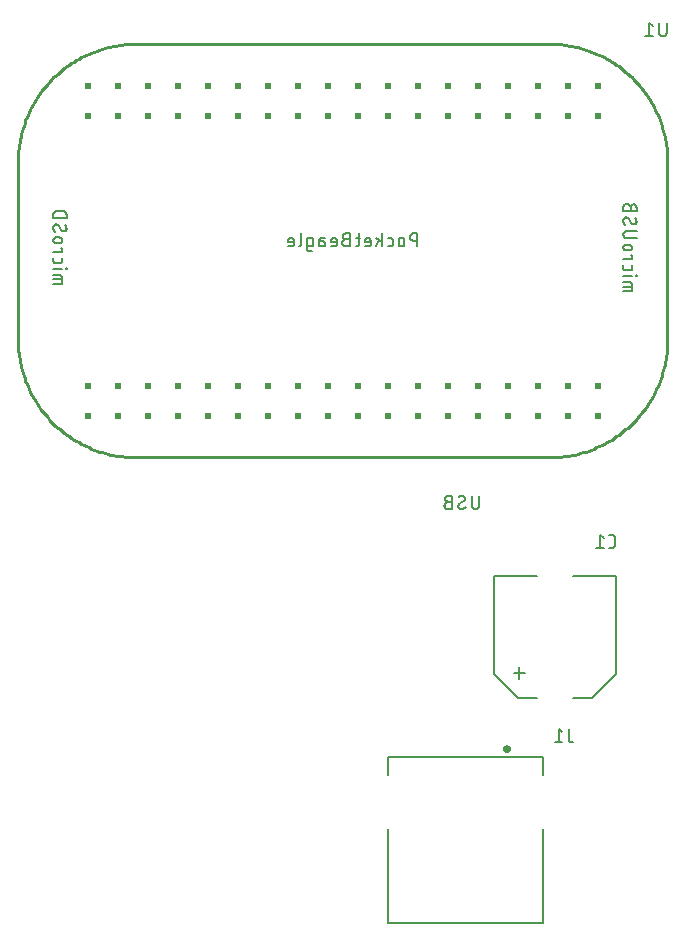
<source format=gbr>
G04 EAGLE Gerber RS-274X export*
G75*
%MOMM*%
%FSLAX34Y34*%
%LPD*%
%INSilkscreen Bottom*%
%IPPOS*%
%AMOC8*
5,1,8,0,0,1.08239X$1,22.5*%
G01*
%ADD10C,0.152400*%
%ADD11C,0.127000*%
%ADD12C,0.300000*%
%ADD13R,0.508000X0.508000*%
%ADD14C,0.254000*%


D10*
X602488Y386588D02*
X602488Y378516D01*
X602486Y378405D01*
X602480Y378295D01*
X602470Y378184D01*
X602456Y378074D01*
X602439Y377965D01*
X602417Y377856D01*
X602392Y377748D01*
X602362Y377642D01*
X602329Y377536D01*
X602292Y377431D01*
X602252Y377328D01*
X602207Y377227D01*
X602160Y377127D01*
X602108Y377028D01*
X602053Y376932D01*
X601995Y376838D01*
X601934Y376746D01*
X601869Y376656D01*
X601801Y376568D01*
X601730Y376483D01*
X601656Y376401D01*
X601579Y376321D01*
X601499Y376244D01*
X601417Y376170D01*
X601332Y376099D01*
X601244Y376031D01*
X601154Y375966D01*
X601062Y375905D01*
X600968Y375847D01*
X600872Y375792D01*
X600773Y375740D01*
X600673Y375693D01*
X600572Y375648D01*
X600469Y375608D01*
X600364Y375571D01*
X600258Y375538D01*
X600152Y375508D01*
X600044Y375483D01*
X599935Y375461D01*
X599826Y375444D01*
X599716Y375430D01*
X599605Y375420D01*
X599495Y375414D01*
X599384Y375412D01*
X599273Y375414D01*
X599163Y375420D01*
X599052Y375430D01*
X598942Y375444D01*
X598833Y375461D01*
X598724Y375483D01*
X598616Y375508D01*
X598510Y375538D01*
X598404Y375571D01*
X598299Y375608D01*
X598196Y375648D01*
X598095Y375693D01*
X597995Y375740D01*
X597896Y375792D01*
X597800Y375847D01*
X597706Y375905D01*
X597614Y375966D01*
X597524Y376031D01*
X597436Y376099D01*
X597351Y376170D01*
X597269Y376244D01*
X597189Y376321D01*
X597112Y376401D01*
X597038Y376483D01*
X596967Y376568D01*
X596899Y376656D01*
X596834Y376746D01*
X596773Y376838D01*
X596715Y376932D01*
X596660Y377028D01*
X596608Y377127D01*
X596561Y377227D01*
X596516Y377328D01*
X596476Y377431D01*
X596439Y377536D01*
X596406Y377642D01*
X596376Y377748D01*
X596351Y377856D01*
X596329Y377965D01*
X596312Y378074D01*
X596298Y378184D01*
X596288Y378295D01*
X596282Y378405D01*
X596280Y378516D01*
X596279Y378516D02*
X596279Y386588D01*
X587333Y375412D02*
X587235Y375414D01*
X587138Y375420D01*
X587041Y375429D01*
X586944Y375443D01*
X586848Y375460D01*
X586753Y375481D01*
X586659Y375505D01*
X586565Y375534D01*
X586473Y375566D01*
X586382Y375601D01*
X586293Y375640D01*
X586205Y375683D01*
X586119Y375729D01*
X586035Y375778D01*
X585953Y375831D01*
X585873Y375886D01*
X585795Y375945D01*
X585720Y376007D01*
X585647Y376072D01*
X585577Y376140D01*
X585509Y376210D01*
X585444Y376283D01*
X585382Y376358D01*
X585323Y376436D01*
X585268Y376516D01*
X585215Y376598D01*
X585166Y376682D01*
X585120Y376768D01*
X585077Y376856D01*
X585038Y376945D01*
X585003Y377036D01*
X584971Y377128D01*
X584942Y377222D01*
X584918Y377316D01*
X584897Y377411D01*
X584880Y377507D01*
X584866Y377604D01*
X584857Y377701D01*
X584851Y377798D01*
X584849Y377896D01*
X587333Y375412D02*
X587476Y375414D01*
X587619Y375420D01*
X587761Y375429D01*
X587903Y375443D01*
X588045Y375461D01*
X588186Y375482D01*
X588327Y375507D01*
X588467Y375536D01*
X588606Y375569D01*
X588744Y375605D01*
X588881Y375646D01*
X589017Y375690D01*
X589151Y375737D01*
X589285Y375789D01*
X589416Y375843D01*
X589547Y375902D01*
X589675Y375964D01*
X589802Y376029D01*
X589927Y376098D01*
X590051Y376171D01*
X590172Y376246D01*
X590291Y376325D01*
X590408Y376407D01*
X590522Y376493D01*
X590634Y376581D01*
X590744Y376672D01*
X590851Y376767D01*
X590956Y376864D01*
X591058Y376964D01*
X590748Y384104D02*
X590746Y384202D01*
X590740Y384299D01*
X590731Y384396D01*
X590717Y384493D01*
X590700Y384589D01*
X590679Y384684D01*
X590655Y384778D01*
X590626Y384872D01*
X590594Y384964D01*
X590559Y385055D01*
X590520Y385144D01*
X590477Y385232D01*
X590431Y385318D01*
X590382Y385402D01*
X590329Y385484D01*
X590274Y385564D01*
X590215Y385642D01*
X590153Y385717D01*
X590088Y385790D01*
X590020Y385860D01*
X589950Y385928D01*
X589877Y385993D01*
X589802Y386055D01*
X589724Y386114D01*
X589644Y386169D01*
X589562Y386222D01*
X589478Y386271D01*
X589392Y386317D01*
X589304Y386360D01*
X589215Y386399D01*
X589124Y386434D01*
X589032Y386466D01*
X588938Y386495D01*
X588844Y386519D01*
X588749Y386540D01*
X588653Y386557D01*
X588556Y386571D01*
X588459Y386580D01*
X588362Y386586D01*
X588264Y386588D01*
X588134Y386586D01*
X588004Y386581D01*
X587874Y386572D01*
X587744Y386559D01*
X587615Y386543D01*
X587486Y386523D01*
X587358Y386499D01*
X587230Y386472D01*
X587104Y386441D01*
X586978Y386407D01*
X586853Y386369D01*
X586730Y386328D01*
X586607Y386283D01*
X586486Y386235D01*
X586366Y386184D01*
X586248Y386129D01*
X586132Y386071D01*
X586017Y386010D01*
X585903Y385945D01*
X585792Y385878D01*
X585683Y385807D01*
X585575Y385733D01*
X585470Y385657D01*
X589505Y381931D02*
X589588Y381982D01*
X589669Y382036D01*
X589747Y382093D01*
X589823Y382153D01*
X589897Y382216D01*
X589968Y382282D01*
X590037Y382350D01*
X590103Y382421D01*
X590167Y382494D01*
X590227Y382570D01*
X590284Y382648D01*
X590339Y382729D01*
X590390Y382811D01*
X590438Y382895D01*
X590483Y382981D01*
X590525Y383069D01*
X590563Y383158D01*
X590597Y383248D01*
X590629Y383340D01*
X590656Y383433D01*
X590680Y383527D01*
X590701Y383622D01*
X590717Y383718D01*
X590730Y383814D01*
X590740Y383910D01*
X590745Y384007D01*
X590747Y384104D01*
X586092Y380069D02*
X586009Y380018D01*
X585928Y379964D01*
X585850Y379907D01*
X585774Y379847D01*
X585700Y379784D01*
X585629Y379718D01*
X585560Y379650D01*
X585494Y379579D01*
X585430Y379506D01*
X585370Y379430D01*
X585313Y379352D01*
X585258Y379271D01*
X585207Y379189D01*
X585159Y379105D01*
X585114Y379019D01*
X585072Y378931D01*
X585034Y378842D01*
X585000Y378752D01*
X584968Y378660D01*
X584941Y378567D01*
X584917Y378473D01*
X584896Y378378D01*
X584880Y378282D01*
X584867Y378186D01*
X584857Y378090D01*
X584852Y377993D01*
X584850Y377896D01*
X586091Y380069D02*
X589506Y381931D01*
X579416Y381621D02*
X576312Y381621D01*
X576312Y381620D02*
X576201Y381618D01*
X576091Y381612D01*
X575980Y381602D01*
X575870Y381588D01*
X575761Y381571D01*
X575652Y381549D01*
X575544Y381524D01*
X575438Y381494D01*
X575332Y381461D01*
X575227Y381424D01*
X575124Y381384D01*
X575023Y381339D01*
X574923Y381292D01*
X574824Y381240D01*
X574728Y381185D01*
X574634Y381127D01*
X574542Y381066D01*
X574452Y381001D01*
X574364Y380933D01*
X574279Y380862D01*
X574197Y380788D01*
X574117Y380711D01*
X574040Y380631D01*
X573966Y380549D01*
X573895Y380464D01*
X573827Y380376D01*
X573762Y380286D01*
X573701Y380194D01*
X573643Y380100D01*
X573588Y380004D01*
X573536Y379905D01*
X573489Y379805D01*
X573444Y379704D01*
X573404Y379601D01*
X573367Y379496D01*
X573334Y379390D01*
X573304Y379284D01*
X573279Y379176D01*
X573257Y379067D01*
X573240Y378958D01*
X573226Y378848D01*
X573216Y378737D01*
X573210Y378627D01*
X573208Y378516D01*
X573210Y378405D01*
X573216Y378295D01*
X573226Y378184D01*
X573240Y378074D01*
X573257Y377965D01*
X573279Y377856D01*
X573304Y377748D01*
X573334Y377642D01*
X573367Y377536D01*
X573404Y377431D01*
X573444Y377328D01*
X573489Y377227D01*
X573536Y377127D01*
X573588Y377028D01*
X573643Y376932D01*
X573701Y376838D01*
X573762Y376746D01*
X573827Y376656D01*
X573895Y376568D01*
X573966Y376483D01*
X574040Y376401D01*
X574117Y376321D01*
X574197Y376244D01*
X574279Y376170D01*
X574364Y376099D01*
X574452Y376031D01*
X574542Y375966D01*
X574634Y375905D01*
X574728Y375847D01*
X574824Y375792D01*
X574923Y375740D01*
X575023Y375693D01*
X575124Y375648D01*
X575227Y375608D01*
X575332Y375571D01*
X575438Y375538D01*
X575544Y375508D01*
X575652Y375483D01*
X575761Y375461D01*
X575870Y375444D01*
X575980Y375430D01*
X576091Y375420D01*
X576201Y375414D01*
X576312Y375412D01*
X579416Y375412D01*
X579416Y386588D01*
X576312Y386588D01*
X576213Y386586D01*
X576115Y386580D01*
X576016Y386570D01*
X575919Y386557D01*
X575821Y386539D01*
X575725Y386518D01*
X575629Y386492D01*
X575535Y386463D01*
X575442Y386431D01*
X575350Y386394D01*
X575260Y386354D01*
X575171Y386310D01*
X575084Y386263D01*
X574999Y386213D01*
X574917Y386159D01*
X574836Y386102D01*
X574758Y386042D01*
X574682Y385978D01*
X574609Y385912D01*
X574538Y385843D01*
X574470Y385771D01*
X574406Y385696D01*
X574344Y385619D01*
X574285Y385540D01*
X574230Y385458D01*
X574177Y385374D01*
X574129Y385289D01*
X574083Y385201D01*
X574041Y385111D01*
X574003Y385020D01*
X573969Y384928D01*
X573938Y384834D01*
X573911Y384739D01*
X573887Y384643D01*
X573868Y384546D01*
X573852Y384449D01*
X573840Y384351D01*
X573832Y384252D01*
X573828Y384153D01*
X573828Y384055D01*
X573832Y383956D01*
X573840Y383857D01*
X573852Y383759D01*
X573868Y383662D01*
X573887Y383565D01*
X573911Y383469D01*
X573938Y383374D01*
X573969Y383280D01*
X574003Y383188D01*
X574041Y383097D01*
X574083Y383007D01*
X574129Y382919D01*
X574177Y382834D01*
X574230Y382750D01*
X574285Y382668D01*
X574344Y382589D01*
X574406Y382512D01*
X574470Y382437D01*
X574538Y382365D01*
X574609Y382296D01*
X574682Y382230D01*
X574758Y382166D01*
X574836Y382106D01*
X574917Y382049D01*
X574999Y381995D01*
X575084Y381945D01*
X575171Y381898D01*
X575260Y381854D01*
X575350Y381814D01*
X575442Y381777D01*
X575535Y381745D01*
X575629Y381716D01*
X575725Y381690D01*
X575821Y381669D01*
X575919Y381651D01*
X576016Y381638D01*
X576115Y381628D01*
X576213Y381622D01*
X576312Y381620D01*
D11*
X525460Y165040D02*
X656760Y165040D01*
X525460Y165040D02*
X525460Y149940D01*
X525460Y104140D02*
X525460Y25040D01*
X656760Y25040D01*
X656760Y104140D01*
X656760Y149940D02*
X656760Y165040D01*
D12*
X624610Y171940D02*
X624612Y172017D01*
X624618Y172094D01*
X624628Y172171D01*
X624642Y172247D01*
X624659Y172322D01*
X624681Y172396D01*
X624706Y172469D01*
X624736Y172541D01*
X624768Y172611D01*
X624805Y172679D01*
X624844Y172745D01*
X624887Y172809D01*
X624934Y172871D01*
X624983Y172930D01*
X625036Y172987D01*
X625091Y173041D01*
X625149Y173092D01*
X625210Y173140D01*
X625273Y173185D01*
X625338Y173226D01*
X625405Y173264D01*
X625474Y173299D01*
X625545Y173329D01*
X625617Y173357D01*
X625691Y173380D01*
X625765Y173400D01*
X625841Y173416D01*
X625917Y173428D01*
X625994Y173436D01*
X626071Y173440D01*
X626149Y173440D01*
X626226Y173436D01*
X626303Y173428D01*
X626379Y173416D01*
X626455Y173400D01*
X626529Y173380D01*
X626603Y173357D01*
X626675Y173329D01*
X626746Y173299D01*
X626815Y173264D01*
X626882Y173226D01*
X626947Y173185D01*
X627010Y173140D01*
X627071Y173092D01*
X627129Y173041D01*
X627184Y172987D01*
X627237Y172930D01*
X627286Y172871D01*
X627333Y172809D01*
X627376Y172745D01*
X627415Y172679D01*
X627452Y172611D01*
X627484Y172541D01*
X627514Y172469D01*
X627539Y172396D01*
X627561Y172322D01*
X627578Y172247D01*
X627592Y172171D01*
X627602Y172094D01*
X627608Y172017D01*
X627610Y171940D01*
X627608Y171863D01*
X627602Y171786D01*
X627592Y171709D01*
X627578Y171633D01*
X627561Y171558D01*
X627539Y171484D01*
X627514Y171411D01*
X627484Y171339D01*
X627452Y171269D01*
X627415Y171201D01*
X627376Y171135D01*
X627333Y171071D01*
X627286Y171009D01*
X627237Y170950D01*
X627184Y170893D01*
X627129Y170839D01*
X627071Y170788D01*
X627010Y170740D01*
X626947Y170695D01*
X626882Y170654D01*
X626815Y170616D01*
X626746Y170581D01*
X626675Y170551D01*
X626603Y170523D01*
X626529Y170500D01*
X626455Y170480D01*
X626379Y170464D01*
X626303Y170452D01*
X626226Y170444D01*
X626149Y170440D01*
X626071Y170440D01*
X625994Y170444D01*
X625917Y170452D01*
X625841Y170464D01*
X625765Y170480D01*
X625691Y170500D01*
X625617Y170523D01*
X625545Y170551D01*
X625474Y170581D01*
X625405Y170616D01*
X625338Y170654D01*
X625273Y170695D01*
X625210Y170740D01*
X625149Y170788D01*
X625091Y170839D01*
X625036Y170893D01*
X624983Y170950D01*
X624934Y171009D01*
X624887Y171071D01*
X624844Y171135D01*
X624805Y171201D01*
X624768Y171269D01*
X624736Y171339D01*
X624706Y171411D01*
X624681Y171484D01*
X624659Y171558D01*
X624642Y171633D01*
X624628Y171709D01*
X624618Y171786D01*
X624612Y171863D01*
X624610Y171940D01*
D10*
X678430Y180258D02*
X678430Y188950D01*
X678430Y180258D02*
X678432Y180160D01*
X678438Y180063D01*
X678447Y179966D01*
X678461Y179869D01*
X678478Y179773D01*
X678499Y179678D01*
X678523Y179584D01*
X678552Y179490D01*
X678584Y179398D01*
X678619Y179307D01*
X678658Y179218D01*
X678701Y179130D01*
X678747Y179044D01*
X678796Y178960D01*
X678849Y178878D01*
X678904Y178798D01*
X678963Y178720D01*
X679025Y178645D01*
X679090Y178572D01*
X679158Y178502D01*
X679228Y178434D01*
X679301Y178369D01*
X679376Y178307D01*
X679454Y178248D01*
X679534Y178193D01*
X679616Y178140D01*
X679700Y178091D01*
X679786Y178045D01*
X679874Y178002D01*
X679963Y177963D01*
X680054Y177928D01*
X680146Y177896D01*
X680240Y177867D01*
X680334Y177843D01*
X680429Y177822D01*
X680525Y177805D01*
X680622Y177791D01*
X680719Y177782D01*
X680816Y177776D01*
X680914Y177774D01*
X682156Y177774D01*
X672886Y186467D02*
X669782Y188950D01*
X669782Y177774D01*
X672886Y177774D02*
X666677Y177774D01*
D13*
X702900Y454400D03*
X702900Y479800D03*
X677500Y479800D03*
X677500Y454400D03*
X652100Y479800D03*
X652100Y454400D03*
X626700Y479800D03*
X601300Y479800D03*
X575900Y479800D03*
X626700Y454400D03*
X601300Y454400D03*
X575900Y454400D03*
X550500Y479800D03*
X550500Y454400D03*
X525100Y479800D03*
X525100Y454400D03*
X499700Y479800D03*
X499700Y454400D03*
X474300Y479800D03*
X474300Y454400D03*
X448900Y479800D03*
X448900Y454400D03*
X423500Y479800D03*
X423500Y454400D03*
X398100Y479800D03*
X398100Y454400D03*
X372700Y479800D03*
X372700Y454400D03*
X347300Y479800D03*
X347300Y454400D03*
X321900Y479800D03*
X321900Y454400D03*
X296500Y479800D03*
X296500Y454400D03*
X271100Y479800D03*
X271100Y454400D03*
X702900Y708400D03*
X702900Y733800D03*
X677500Y733800D03*
X677500Y708400D03*
X652100Y733800D03*
X652100Y708400D03*
X626700Y733800D03*
X601300Y733800D03*
X575900Y733800D03*
X626700Y708400D03*
X601300Y708400D03*
X575900Y708400D03*
X550500Y733800D03*
X550500Y708400D03*
X525100Y733800D03*
X525100Y708400D03*
X499700Y733800D03*
X499700Y708400D03*
X474300Y733800D03*
X474300Y708400D03*
X448900Y733800D03*
X448900Y708400D03*
X423500Y733800D03*
X423500Y708400D03*
X398100Y733800D03*
X398100Y708400D03*
X372700Y733800D03*
X372700Y708400D03*
X347300Y733800D03*
X347300Y708400D03*
X321900Y733800D03*
X321900Y708400D03*
X296500Y733800D03*
X296500Y708400D03*
X271100Y733800D03*
X271100Y708400D03*
D14*
X312000Y769100D02*
X662000Y769100D01*
X664416Y769071D01*
X666831Y768983D01*
X669243Y768837D01*
X671651Y768633D01*
X674054Y768371D01*
X676449Y768051D01*
X678836Y767673D01*
X681213Y767237D01*
X683578Y766744D01*
X685932Y766194D01*
X688271Y765588D01*
X690595Y764925D01*
X692902Y764206D01*
X695191Y763431D01*
X697460Y762602D01*
X699709Y761717D01*
X701936Y760779D01*
X704140Y759787D01*
X706319Y758743D01*
X708472Y757646D01*
X710598Y756497D01*
X712696Y755297D01*
X714764Y754047D01*
X716801Y752747D01*
X718806Y751398D01*
X720779Y750002D01*
X722716Y748558D01*
X724619Y747067D01*
X726484Y745532D01*
X728312Y743951D01*
X730102Y742327D01*
X731851Y740660D01*
X733560Y738951D01*
X735227Y737202D01*
X736851Y735412D01*
X738432Y733584D01*
X739967Y731719D01*
X741458Y729816D01*
X742902Y727879D01*
X744298Y725906D01*
X745647Y723901D01*
X746947Y721864D01*
X748197Y719796D01*
X749397Y717698D01*
X750546Y715572D01*
X751643Y713419D01*
X752687Y711240D01*
X753679Y709036D01*
X754617Y706809D01*
X755502Y704560D01*
X756331Y702291D01*
X757106Y700002D01*
X757825Y697695D01*
X758488Y695371D01*
X759094Y693032D01*
X759644Y690678D01*
X760137Y688313D01*
X760573Y685936D01*
X760951Y683549D01*
X761271Y681154D01*
X761533Y678751D01*
X761737Y676343D01*
X761883Y673931D01*
X761971Y671516D01*
X762000Y669100D01*
X762000Y519100D01*
X761971Y516684D01*
X761883Y514269D01*
X761737Y511857D01*
X761533Y509449D01*
X761271Y507046D01*
X760951Y504651D01*
X760573Y502264D01*
X760137Y499887D01*
X759644Y497522D01*
X759094Y495168D01*
X758488Y492829D01*
X757825Y490505D01*
X757106Y488198D01*
X756331Y485909D01*
X755502Y483640D01*
X754617Y481391D01*
X753679Y479164D01*
X752687Y476960D01*
X751643Y474781D01*
X750546Y472628D01*
X749397Y470502D01*
X748197Y468404D01*
X746947Y466336D01*
X745647Y464299D01*
X744298Y462294D01*
X742902Y460321D01*
X741458Y458384D01*
X739967Y456481D01*
X738432Y454616D01*
X736851Y452788D01*
X735227Y450998D01*
X733560Y449249D01*
X731851Y447540D01*
X730102Y445873D01*
X728312Y444249D01*
X726484Y442668D01*
X724619Y441133D01*
X722716Y439642D01*
X720779Y438198D01*
X718806Y436802D01*
X716801Y435453D01*
X714764Y434153D01*
X712696Y432903D01*
X710598Y431703D01*
X708472Y430554D01*
X706319Y429457D01*
X704140Y428413D01*
X701936Y427421D01*
X699709Y426483D01*
X697460Y425598D01*
X695191Y424769D01*
X692902Y423994D01*
X690595Y423275D01*
X688271Y422612D01*
X685932Y422006D01*
X683578Y421456D01*
X681213Y420963D01*
X678836Y420527D01*
X676449Y420149D01*
X674054Y419829D01*
X671651Y419567D01*
X669243Y419363D01*
X666831Y419217D01*
X664416Y419129D01*
X662000Y419100D01*
X312000Y419100D01*
X309584Y419129D01*
X307169Y419217D01*
X304757Y419363D01*
X302349Y419567D01*
X299946Y419829D01*
X297551Y420149D01*
X295164Y420527D01*
X292787Y420963D01*
X290422Y421456D01*
X288068Y422006D01*
X285729Y422612D01*
X283405Y423275D01*
X281098Y423994D01*
X278809Y424769D01*
X276540Y425598D01*
X274291Y426483D01*
X272064Y427421D01*
X269860Y428413D01*
X267681Y429457D01*
X265528Y430554D01*
X263402Y431703D01*
X261304Y432903D01*
X259236Y434153D01*
X257199Y435453D01*
X255194Y436802D01*
X253221Y438198D01*
X251284Y439642D01*
X249381Y441133D01*
X247516Y442668D01*
X245688Y444249D01*
X243898Y445873D01*
X242149Y447540D01*
X240440Y449249D01*
X238773Y450998D01*
X237149Y452788D01*
X235568Y454616D01*
X234033Y456481D01*
X232542Y458384D01*
X231098Y460321D01*
X229702Y462294D01*
X228353Y464299D01*
X227053Y466336D01*
X225803Y468404D01*
X224603Y470502D01*
X223454Y472628D01*
X222357Y474781D01*
X221313Y476960D01*
X220321Y479164D01*
X219383Y481391D01*
X218498Y483640D01*
X217669Y485909D01*
X216894Y488198D01*
X216175Y490505D01*
X215512Y492829D01*
X214906Y495168D01*
X214356Y497522D01*
X213863Y499887D01*
X213427Y502264D01*
X213049Y504651D01*
X212729Y507046D01*
X212467Y509449D01*
X212263Y511857D01*
X212117Y514269D01*
X212029Y516684D01*
X212000Y519100D01*
X212000Y669100D01*
X212029Y671516D01*
X212117Y673931D01*
X212263Y676343D01*
X212467Y678751D01*
X212729Y681154D01*
X213049Y683549D01*
X213427Y685936D01*
X213863Y688313D01*
X214356Y690678D01*
X214906Y693032D01*
X215512Y695371D01*
X216175Y697695D01*
X216894Y700002D01*
X217669Y702291D01*
X218498Y704560D01*
X219383Y706809D01*
X220321Y709036D01*
X221313Y711240D01*
X222357Y713419D01*
X223454Y715572D01*
X224603Y717698D01*
X225803Y719796D01*
X227053Y721864D01*
X228353Y723901D01*
X229702Y725906D01*
X231098Y727879D01*
X232542Y729816D01*
X234033Y731719D01*
X235568Y733584D01*
X237149Y735412D01*
X238773Y737202D01*
X240440Y738951D01*
X242149Y740660D01*
X243898Y742327D01*
X245688Y743951D01*
X247516Y745532D01*
X249381Y747067D01*
X251284Y748558D01*
X253221Y750002D01*
X255194Y751398D01*
X257199Y752747D01*
X259236Y754047D01*
X261304Y755297D01*
X263402Y756497D01*
X265528Y757646D01*
X267681Y758743D01*
X269860Y759787D01*
X272064Y760779D01*
X274291Y761717D01*
X276540Y762602D01*
X278809Y763431D01*
X281098Y764206D01*
X283405Y764925D01*
X285729Y765588D01*
X288068Y766194D01*
X290422Y766744D01*
X292787Y767237D01*
X295164Y767673D01*
X297551Y768051D01*
X299946Y768371D01*
X302349Y768633D01*
X304757Y768837D01*
X307169Y768983D01*
X309584Y769071D01*
X312000Y769100D01*
D10*
X549994Y608838D02*
X549994Y597662D01*
X549994Y608838D02*
X546890Y608838D01*
X546779Y608836D01*
X546669Y608830D01*
X546558Y608820D01*
X546448Y608806D01*
X546339Y608789D01*
X546230Y608767D01*
X546122Y608742D01*
X546016Y608712D01*
X545910Y608679D01*
X545805Y608642D01*
X545702Y608602D01*
X545601Y608557D01*
X545501Y608510D01*
X545402Y608458D01*
X545306Y608403D01*
X545212Y608345D01*
X545120Y608284D01*
X545030Y608219D01*
X544942Y608151D01*
X544857Y608080D01*
X544775Y608006D01*
X544695Y607929D01*
X544618Y607849D01*
X544544Y607767D01*
X544473Y607682D01*
X544405Y607594D01*
X544340Y607504D01*
X544279Y607412D01*
X544221Y607318D01*
X544166Y607222D01*
X544114Y607123D01*
X544067Y607023D01*
X544022Y606922D01*
X543982Y606819D01*
X543945Y606714D01*
X543912Y606608D01*
X543882Y606502D01*
X543857Y606394D01*
X543835Y606285D01*
X543818Y606176D01*
X543804Y606066D01*
X543794Y605955D01*
X543788Y605845D01*
X543786Y605734D01*
X543788Y605623D01*
X543794Y605513D01*
X543804Y605402D01*
X543818Y605292D01*
X543835Y605183D01*
X543857Y605074D01*
X543882Y604966D01*
X543912Y604860D01*
X543945Y604754D01*
X543982Y604649D01*
X544022Y604546D01*
X544067Y604445D01*
X544114Y604345D01*
X544166Y604246D01*
X544221Y604150D01*
X544279Y604056D01*
X544340Y603964D01*
X544405Y603874D01*
X544473Y603786D01*
X544544Y603701D01*
X544618Y603619D01*
X544695Y603539D01*
X544775Y603462D01*
X544857Y603388D01*
X544942Y603317D01*
X545030Y603249D01*
X545120Y603184D01*
X545212Y603123D01*
X545306Y603065D01*
X545402Y603010D01*
X545501Y602958D01*
X545601Y602911D01*
X545702Y602866D01*
X545805Y602826D01*
X545910Y602789D01*
X546016Y602756D01*
X546122Y602726D01*
X546230Y602701D01*
X546339Y602679D01*
X546448Y602662D01*
X546558Y602648D01*
X546669Y602638D01*
X546779Y602632D01*
X546890Y602630D01*
X546890Y602629D02*
X549994Y602629D01*
X539298Y602629D02*
X539298Y600146D01*
X539299Y602629D02*
X539297Y602728D01*
X539291Y602826D01*
X539281Y602925D01*
X539268Y603022D01*
X539250Y603120D01*
X539229Y603216D01*
X539203Y603312D01*
X539174Y603406D01*
X539142Y603499D01*
X539105Y603591D01*
X539065Y603681D01*
X539021Y603770D01*
X538974Y603857D01*
X538924Y603942D01*
X538870Y604024D01*
X538813Y604105D01*
X538753Y604183D01*
X538689Y604259D01*
X538623Y604332D01*
X538554Y604403D01*
X538482Y604471D01*
X538407Y604535D01*
X538330Y604597D01*
X538251Y604656D01*
X538169Y604711D01*
X538085Y604764D01*
X538000Y604812D01*
X537912Y604858D01*
X537822Y604900D01*
X537731Y604938D01*
X537639Y604972D01*
X537545Y605003D01*
X537450Y605030D01*
X537354Y605054D01*
X537257Y605073D01*
X537160Y605089D01*
X537062Y605101D01*
X536963Y605109D01*
X536864Y605113D01*
X536766Y605113D01*
X536667Y605109D01*
X536568Y605101D01*
X536470Y605089D01*
X536373Y605073D01*
X536276Y605054D01*
X536180Y605030D01*
X536085Y605003D01*
X535991Y604972D01*
X535899Y604938D01*
X535808Y604900D01*
X535718Y604858D01*
X535630Y604812D01*
X535545Y604764D01*
X535461Y604711D01*
X535379Y604656D01*
X535300Y604597D01*
X535223Y604535D01*
X535148Y604471D01*
X535076Y604403D01*
X535007Y604332D01*
X534941Y604259D01*
X534877Y604183D01*
X534817Y604105D01*
X534760Y604024D01*
X534706Y603942D01*
X534656Y603857D01*
X534609Y603770D01*
X534565Y603681D01*
X534525Y603591D01*
X534488Y603499D01*
X534456Y603406D01*
X534427Y603312D01*
X534401Y603216D01*
X534380Y603120D01*
X534362Y603022D01*
X534349Y602925D01*
X534339Y602826D01*
X534333Y602728D01*
X534331Y602629D01*
X534331Y600146D01*
X534333Y600047D01*
X534339Y599949D01*
X534349Y599850D01*
X534362Y599753D01*
X534380Y599655D01*
X534401Y599559D01*
X534427Y599463D01*
X534456Y599369D01*
X534488Y599276D01*
X534525Y599184D01*
X534565Y599094D01*
X534609Y599005D01*
X534656Y598918D01*
X534706Y598833D01*
X534760Y598751D01*
X534817Y598670D01*
X534877Y598592D01*
X534941Y598516D01*
X535007Y598443D01*
X535076Y598372D01*
X535148Y598304D01*
X535223Y598240D01*
X535300Y598178D01*
X535379Y598119D01*
X535461Y598064D01*
X535545Y598011D01*
X535630Y597963D01*
X535718Y597917D01*
X535808Y597875D01*
X535899Y597837D01*
X535991Y597803D01*
X536085Y597772D01*
X536180Y597745D01*
X536276Y597721D01*
X536373Y597702D01*
X536470Y597686D01*
X536568Y597674D01*
X536667Y597666D01*
X536766Y597662D01*
X536864Y597662D01*
X536963Y597666D01*
X537062Y597674D01*
X537160Y597686D01*
X537257Y597702D01*
X537354Y597721D01*
X537450Y597745D01*
X537545Y597772D01*
X537639Y597803D01*
X537731Y597837D01*
X537822Y597875D01*
X537912Y597917D01*
X538000Y597963D01*
X538085Y598011D01*
X538169Y598064D01*
X538251Y598119D01*
X538330Y598178D01*
X538407Y598240D01*
X538482Y598304D01*
X538554Y598372D01*
X538623Y598443D01*
X538689Y598516D01*
X538753Y598592D01*
X538813Y598670D01*
X538870Y598751D01*
X538924Y598833D01*
X538974Y598918D01*
X539021Y599005D01*
X539065Y599094D01*
X539105Y599184D01*
X539142Y599276D01*
X539174Y599369D01*
X539203Y599463D01*
X539229Y599559D01*
X539250Y599655D01*
X539268Y599753D01*
X539281Y599850D01*
X539291Y599949D01*
X539297Y600047D01*
X539299Y600146D01*
X527513Y597662D02*
X525030Y597662D01*
X527513Y597662D02*
X527597Y597664D01*
X527680Y597670D01*
X527763Y597679D01*
X527846Y597692D01*
X527928Y597709D01*
X528009Y597729D01*
X528089Y597753D01*
X528168Y597781D01*
X528245Y597812D01*
X528321Y597846D01*
X528396Y597884D01*
X528469Y597926D01*
X528539Y597970D01*
X528608Y598018D01*
X528675Y598068D01*
X528739Y598122D01*
X528800Y598178D01*
X528860Y598238D01*
X528916Y598299D01*
X528970Y598363D01*
X529020Y598430D01*
X529068Y598499D01*
X529112Y598569D01*
X529154Y598642D01*
X529192Y598717D01*
X529226Y598793D01*
X529257Y598870D01*
X529285Y598949D01*
X529309Y599029D01*
X529329Y599110D01*
X529346Y599192D01*
X529359Y599275D01*
X529369Y599358D01*
X529374Y599441D01*
X529376Y599525D01*
X529376Y603250D01*
X529374Y603334D01*
X529369Y603417D01*
X529359Y603500D01*
X529346Y603583D01*
X529329Y603665D01*
X529309Y603746D01*
X529285Y603826D01*
X529257Y603905D01*
X529226Y603982D01*
X529192Y604058D01*
X529154Y604133D01*
X529112Y604206D01*
X529068Y604276D01*
X529020Y604345D01*
X528970Y604412D01*
X528916Y604476D01*
X528860Y604537D01*
X528800Y604597D01*
X528739Y604653D01*
X528675Y604707D01*
X528608Y604757D01*
X528539Y604805D01*
X528469Y604849D01*
X528396Y604891D01*
X528321Y604929D01*
X528245Y604963D01*
X528168Y604994D01*
X528089Y605022D01*
X528009Y605046D01*
X527928Y605066D01*
X527846Y605083D01*
X527763Y605096D01*
X527680Y605106D01*
X527597Y605111D01*
X527513Y605113D01*
X525030Y605113D01*
X520079Y608838D02*
X520079Y597662D01*
X520079Y601387D02*
X515112Y605113D01*
X517906Y602940D02*
X515112Y597662D01*
X508861Y597662D02*
X505756Y597662D01*
X508861Y597662D02*
X508945Y597664D01*
X509028Y597670D01*
X509111Y597679D01*
X509194Y597692D01*
X509276Y597709D01*
X509357Y597729D01*
X509437Y597753D01*
X509516Y597781D01*
X509593Y597812D01*
X509669Y597846D01*
X509744Y597884D01*
X509817Y597926D01*
X509887Y597970D01*
X509956Y598018D01*
X510023Y598068D01*
X510087Y598122D01*
X510148Y598178D01*
X510208Y598238D01*
X510264Y598299D01*
X510318Y598363D01*
X510368Y598430D01*
X510416Y598499D01*
X510460Y598569D01*
X510502Y598642D01*
X510540Y598717D01*
X510574Y598793D01*
X510605Y598870D01*
X510633Y598949D01*
X510657Y599029D01*
X510677Y599110D01*
X510694Y599192D01*
X510707Y599275D01*
X510717Y599358D01*
X510722Y599441D01*
X510724Y599525D01*
X510723Y599525D02*
X510723Y602629D01*
X510724Y602629D02*
X510722Y602728D01*
X510716Y602826D01*
X510706Y602925D01*
X510693Y603022D01*
X510675Y603120D01*
X510654Y603216D01*
X510628Y603312D01*
X510599Y603406D01*
X510567Y603499D01*
X510530Y603591D01*
X510490Y603681D01*
X510446Y603770D01*
X510399Y603857D01*
X510349Y603942D01*
X510295Y604024D01*
X510238Y604105D01*
X510178Y604183D01*
X510114Y604259D01*
X510048Y604332D01*
X509979Y604403D01*
X509907Y604471D01*
X509832Y604535D01*
X509755Y604597D01*
X509676Y604656D01*
X509594Y604711D01*
X509510Y604764D01*
X509425Y604812D01*
X509337Y604858D01*
X509247Y604900D01*
X509156Y604938D01*
X509064Y604972D01*
X508970Y605003D01*
X508875Y605030D01*
X508779Y605054D01*
X508682Y605073D01*
X508585Y605089D01*
X508487Y605101D01*
X508388Y605109D01*
X508289Y605113D01*
X508191Y605113D01*
X508092Y605109D01*
X507993Y605101D01*
X507895Y605089D01*
X507798Y605073D01*
X507701Y605054D01*
X507605Y605030D01*
X507510Y605003D01*
X507416Y604972D01*
X507324Y604938D01*
X507233Y604900D01*
X507143Y604858D01*
X507055Y604812D01*
X506970Y604764D01*
X506886Y604711D01*
X506804Y604656D01*
X506725Y604597D01*
X506648Y604535D01*
X506573Y604471D01*
X506501Y604403D01*
X506432Y604332D01*
X506366Y604259D01*
X506302Y604183D01*
X506242Y604105D01*
X506185Y604024D01*
X506131Y603942D01*
X506081Y603857D01*
X506034Y603770D01*
X505990Y603681D01*
X505950Y603591D01*
X505913Y603499D01*
X505881Y603406D01*
X505852Y603312D01*
X505826Y603216D01*
X505805Y603120D01*
X505787Y603022D01*
X505774Y602925D01*
X505764Y602826D01*
X505758Y602728D01*
X505756Y602629D01*
X505756Y601387D01*
X510723Y601387D01*
X501836Y605113D02*
X498111Y605113D01*
X500594Y608838D02*
X500594Y599525D01*
X500595Y599525D02*
X500593Y599441D01*
X500587Y599358D01*
X500578Y599275D01*
X500565Y599192D01*
X500548Y599110D01*
X500528Y599029D01*
X500504Y598949D01*
X500476Y598870D01*
X500445Y598793D01*
X500411Y598717D01*
X500373Y598642D01*
X500331Y598569D01*
X500287Y598499D01*
X500239Y598430D01*
X500189Y598363D01*
X500135Y598299D01*
X500079Y598238D01*
X500019Y598178D01*
X499958Y598122D01*
X499894Y598068D01*
X499827Y598018D01*
X499758Y597970D01*
X499688Y597926D01*
X499615Y597884D01*
X499540Y597846D01*
X499464Y597812D01*
X499387Y597781D01*
X499308Y597753D01*
X499228Y597729D01*
X499147Y597709D01*
X499065Y597692D01*
X498982Y597679D01*
X498899Y597669D01*
X498816Y597664D01*
X498732Y597662D01*
X498111Y597662D01*
X492845Y603871D02*
X489740Y603871D01*
X489740Y603870D02*
X489629Y603868D01*
X489519Y603862D01*
X489408Y603852D01*
X489298Y603838D01*
X489189Y603821D01*
X489080Y603799D01*
X488972Y603774D01*
X488866Y603744D01*
X488760Y603711D01*
X488655Y603674D01*
X488552Y603634D01*
X488451Y603589D01*
X488351Y603542D01*
X488252Y603490D01*
X488156Y603435D01*
X488062Y603377D01*
X487970Y603316D01*
X487880Y603251D01*
X487792Y603183D01*
X487707Y603112D01*
X487625Y603038D01*
X487545Y602961D01*
X487468Y602881D01*
X487394Y602799D01*
X487323Y602714D01*
X487255Y602626D01*
X487190Y602536D01*
X487129Y602444D01*
X487071Y602350D01*
X487016Y602254D01*
X486964Y602155D01*
X486917Y602055D01*
X486872Y601954D01*
X486832Y601851D01*
X486795Y601746D01*
X486762Y601640D01*
X486732Y601534D01*
X486707Y601426D01*
X486685Y601317D01*
X486668Y601208D01*
X486654Y601098D01*
X486644Y600987D01*
X486638Y600877D01*
X486636Y600766D01*
X486638Y600655D01*
X486644Y600545D01*
X486654Y600434D01*
X486668Y600324D01*
X486685Y600215D01*
X486707Y600106D01*
X486732Y599998D01*
X486762Y599892D01*
X486795Y599786D01*
X486832Y599681D01*
X486872Y599578D01*
X486917Y599477D01*
X486964Y599377D01*
X487016Y599278D01*
X487071Y599182D01*
X487129Y599088D01*
X487190Y598996D01*
X487255Y598906D01*
X487323Y598818D01*
X487394Y598733D01*
X487468Y598651D01*
X487545Y598571D01*
X487625Y598494D01*
X487707Y598420D01*
X487792Y598349D01*
X487880Y598281D01*
X487970Y598216D01*
X488062Y598155D01*
X488156Y598097D01*
X488252Y598042D01*
X488351Y597990D01*
X488451Y597943D01*
X488552Y597898D01*
X488655Y597858D01*
X488760Y597821D01*
X488866Y597788D01*
X488972Y597758D01*
X489080Y597733D01*
X489189Y597711D01*
X489298Y597694D01*
X489408Y597680D01*
X489519Y597670D01*
X489629Y597664D01*
X489740Y597662D01*
X492845Y597662D01*
X492845Y608838D01*
X489740Y608838D01*
X489641Y608836D01*
X489543Y608830D01*
X489444Y608820D01*
X489347Y608807D01*
X489249Y608789D01*
X489153Y608768D01*
X489057Y608742D01*
X488963Y608713D01*
X488870Y608681D01*
X488778Y608644D01*
X488688Y608604D01*
X488599Y608560D01*
X488512Y608513D01*
X488427Y608463D01*
X488345Y608409D01*
X488264Y608352D01*
X488186Y608292D01*
X488110Y608228D01*
X488037Y608162D01*
X487966Y608093D01*
X487898Y608021D01*
X487834Y607946D01*
X487772Y607869D01*
X487713Y607790D01*
X487658Y607708D01*
X487605Y607624D01*
X487557Y607539D01*
X487511Y607451D01*
X487469Y607361D01*
X487431Y607270D01*
X487397Y607178D01*
X487366Y607084D01*
X487339Y606989D01*
X487315Y606893D01*
X487296Y606796D01*
X487280Y606699D01*
X487268Y606601D01*
X487260Y606502D01*
X487256Y606403D01*
X487256Y606305D01*
X487260Y606206D01*
X487268Y606107D01*
X487280Y606009D01*
X487296Y605912D01*
X487315Y605815D01*
X487339Y605719D01*
X487366Y605624D01*
X487397Y605530D01*
X487431Y605438D01*
X487469Y605347D01*
X487511Y605257D01*
X487557Y605169D01*
X487605Y605084D01*
X487658Y605000D01*
X487713Y604918D01*
X487772Y604839D01*
X487834Y604762D01*
X487898Y604687D01*
X487966Y604615D01*
X488037Y604546D01*
X488110Y604480D01*
X488186Y604416D01*
X488264Y604356D01*
X488345Y604299D01*
X488427Y604245D01*
X488512Y604195D01*
X488599Y604148D01*
X488688Y604104D01*
X488778Y604064D01*
X488870Y604027D01*
X488963Y603995D01*
X489057Y603966D01*
X489153Y603940D01*
X489249Y603919D01*
X489347Y603901D01*
X489444Y603888D01*
X489543Y603878D01*
X489641Y603872D01*
X489740Y603870D01*
X480286Y597662D02*
X477181Y597662D01*
X480286Y597662D02*
X480370Y597664D01*
X480453Y597670D01*
X480536Y597679D01*
X480619Y597692D01*
X480701Y597709D01*
X480782Y597729D01*
X480862Y597753D01*
X480941Y597781D01*
X481018Y597812D01*
X481094Y597846D01*
X481169Y597884D01*
X481242Y597926D01*
X481312Y597970D01*
X481381Y598018D01*
X481448Y598068D01*
X481512Y598122D01*
X481573Y598178D01*
X481633Y598238D01*
X481689Y598299D01*
X481743Y598363D01*
X481793Y598430D01*
X481841Y598499D01*
X481885Y598569D01*
X481927Y598642D01*
X481965Y598717D01*
X481999Y598793D01*
X482030Y598870D01*
X482058Y598949D01*
X482082Y599029D01*
X482102Y599110D01*
X482119Y599192D01*
X482132Y599275D01*
X482142Y599358D01*
X482147Y599441D01*
X482149Y599525D01*
X482148Y599525D02*
X482148Y602629D01*
X482149Y602629D02*
X482147Y602728D01*
X482141Y602826D01*
X482131Y602925D01*
X482118Y603022D01*
X482100Y603120D01*
X482079Y603216D01*
X482053Y603312D01*
X482024Y603406D01*
X481992Y603499D01*
X481955Y603591D01*
X481915Y603681D01*
X481871Y603770D01*
X481824Y603857D01*
X481774Y603942D01*
X481720Y604024D01*
X481663Y604105D01*
X481603Y604183D01*
X481539Y604259D01*
X481473Y604332D01*
X481404Y604403D01*
X481332Y604471D01*
X481257Y604535D01*
X481180Y604597D01*
X481101Y604656D01*
X481019Y604711D01*
X480935Y604764D01*
X480850Y604812D01*
X480762Y604858D01*
X480672Y604900D01*
X480581Y604938D01*
X480489Y604972D01*
X480395Y605003D01*
X480300Y605030D01*
X480204Y605054D01*
X480107Y605073D01*
X480010Y605089D01*
X479912Y605101D01*
X479813Y605109D01*
X479714Y605113D01*
X479616Y605113D01*
X479517Y605109D01*
X479418Y605101D01*
X479320Y605089D01*
X479223Y605073D01*
X479126Y605054D01*
X479030Y605030D01*
X478935Y605003D01*
X478841Y604972D01*
X478749Y604938D01*
X478658Y604900D01*
X478568Y604858D01*
X478480Y604812D01*
X478395Y604764D01*
X478311Y604711D01*
X478229Y604656D01*
X478150Y604597D01*
X478073Y604535D01*
X477998Y604471D01*
X477926Y604403D01*
X477857Y604332D01*
X477791Y604259D01*
X477727Y604183D01*
X477667Y604105D01*
X477610Y604024D01*
X477556Y603942D01*
X477506Y603857D01*
X477459Y603770D01*
X477415Y603681D01*
X477375Y603591D01*
X477338Y603499D01*
X477306Y603406D01*
X477277Y603312D01*
X477251Y603216D01*
X477230Y603120D01*
X477212Y603022D01*
X477199Y602925D01*
X477189Y602826D01*
X477183Y602728D01*
X477181Y602629D01*
X477181Y601387D01*
X482148Y601387D01*
X470143Y602008D02*
X467349Y602008D01*
X470143Y602008D02*
X470235Y602006D01*
X470327Y602000D01*
X470419Y601990D01*
X470510Y601977D01*
X470601Y601959D01*
X470691Y601938D01*
X470779Y601913D01*
X470867Y601884D01*
X470953Y601851D01*
X471038Y601815D01*
X471121Y601775D01*
X471203Y601732D01*
X471282Y601685D01*
X471360Y601635D01*
X471435Y601582D01*
X471508Y601526D01*
X471579Y601466D01*
X471647Y601404D01*
X471712Y601339D01*
X471774Y601271D01*
X471834Y601200D01*
X471890Y601127D01*
X471943Y601052D01*
X471993Y600974D01*
X472040Y600895D01*
X472083Y600813D01*
X472123Y600730D01*
X472159Y600645D01*
X472192Y600559D01*
X472221Y600471D01*
X472246Y600383D01*
X472267Y600293D01*
X472285Y600202D01*
X472298Y600111D01*
X472308Y600019D01*
X472314Y599927D01*
X472316Y599835D01*
X472314Y599743D01*
X472308Y599651D01*
X472298Y599559D01*
X472285Y599468D01*
X472267Y599377D01*
X472246Y599287D01*
X472221Y599199D01*
X472192Y599111D01*
X472159Y599025D01*
X472123Y598940D01*
X472083Y598857D01*
X472040Y598775D01*
X471993Y598696D01*
X471943Y598618D01*
X471890Y598543D01*
X471834Y598470D01*
X471774Y598399D01*
X471712Y598331D01*
X471647Y598266D01*
X471579Y598204D01*
X471508Y598144D01*
X471435Y598088D01*
X471360Y598035D01*
X471282Y597985D01*
X471203Y597938D01*
X471121Y597895D01*
X471038Y597855D01*
X470953Y597819D01*
X470867Y597786D01*
X470779Y597757D01*
X470691Y597732D01*
X470601Y597711D01*
X470510Y597693D01*
X470419Y597680D01*
X470327Y597670D01*
X470235Y597664D01*
X470143Y597662D01*
X467349Y597662D01*
X467349Y603250D01*
X467351Y603334D01*
X467357Y603417D01*
X467366Y603500D01*
X467379Y603583D01*
X467396Y603665D01*
X467416Y603746D01*
X467440Y603826D01*
X467468Y603905D01*
X467499Y603982D01*
X467533Y604058D01*
X467571Y604133D01*
X467613Y604206D01*
X467657Y604276D01*
X467705Y604345D01*
X467755Y604412D01*
X467809Y604476D01*
X467865Y604537D01*
X467925Y604597D01*
X467986Y604653D01*
X468050Y604707D01*
X468117Y604757D01*
X468186Y604805D01*
X468256Y604849D01*
X468329Y604891D01*
X468404Y604929D01*
X468480Y604963D01*
X468557Y604994D01*
X468636Y605022D01*
X468716Y605046D01*
X468797Y605066D01*
X468879Y605083D01*
X468962Y605096D01*
X469045Y605106D01*
X469128Y605111D01*
X469212Y605113D01*
X471695Y605113D01*
X460167Y597662D02*
X457062Y597662D01*
X460167Y597662D02*
X460251Y597664D01*
X460334Y597670D01*
X460417Y597679D01*
X460500Y597692D01*
X460582Y597709D01*
X460663Y597729D01*
X460743Y597753D01*
X460822Y597781D01*
X460899Y597812D01*
X460975Y597846D01*
X461050Y597884D01*
X461123Y597926D01*
X461193Y597970D01*
X461262Y598018D01*
X461329Y598068D01*
X461393Y598122D01*
X461454Y598178D01*
X461514Y598238D01*
X461570Y598299D01*
X461624Y598363D01*
X461674Y598430D01*
X461722Y598499D01*
X461766Y598569D01*
X461808Y598642D01*
X461846Y598717D01*
X461880Y598793D01*
X461911Y598870D01*
X461939Y598949D01*
X461963Y599029D01*
X461983Y599110D01*
X462000Y599192D01*
X462013Y599275D01*
X462023Y599358D01*
X462028Y599441D01*
X462030Y599525D01*
X462029Y599525D02*
X462029Y603250D01*
X462030Y603250D02*
X462028Y603334D01*
X462023Y603417D01*
X462013Y603500D01*
X462000Y603583D01*
X461983Y603665D01*
X461963Y603746D01*
X461939Y603826D01*
X461911Y603905D01*
X461880Y603982D01*
X461846Y604058D01*
X461808Y604133D01*
X461766Y604206D01*
X461722Y604276D01*
X461674Y604345D01*
X461624Y604412D01*
X461570Y604476D01*
X461514Y604537D01*
X461454Y604597D01*
X461393Y604653D01*
X461329Y604707D01*
X461262Y604757D01*
X461193Y604805D01*
X461123Y604849D01*
X461050Y604891D01*
X460975Y604929D01*
X460899Y604963D01*
X460822Y604994D01*
X460743Y605022D01*
X460663Y605046D01*
X460582Y605066D01*
X460500Y605083D01*
X460417Y605096D01*
X460334Y605106D01*
X460251Y605111D01*
X460167Y605113D01*
X457062Y605113D01*
X457062Y595799D01*
X457064Y595715D01*
X457069Y595632D01*
X457079Y595549D01*
X457092Y595466D01*
X457109Y595384D01*
X457129Y595303D01*
X457153Y595223D01*
X457181Y595144D01*
X457212Y595067D01*
X457246Y594991D01*
X457284Y594916D01*
X457326Y594843D01*
X457370Y594773D01*
X457418Y594704D01*
X457468Y594637D01*
X457522Y594573D01*
X457578Y594512D01*
X457638Y594452D01*
X457699Y594396D01*
X457763Y594342D01*
X457830Y594292D01*
X457899Y594244D01*
X457969Y594200D01*
X458042Y594158D01*
X458117Y594120D01*
X458193Y594086D01*
X458270Y594055D01*
X458349Y594027D01*
X458429Y594003D01*
X458510Y593983D01*
X458592Y593966D01*
X458675Y593953D01*
X458758Y593943D01*
X458841Y593938D01*
X458925Y593936D01*
X458925Y593937D02*
X461408Y593937D01*
X451577Y599525D02*
X451577Y608838D01*
X451577Y599525D02*
X451575Y599439D01*
X451569Y599353D01*
X451559Y599268D01*
X451545Y599183D01*
X451528Y599098D01*
X451506Y599015D01*
X451480Y598933D01*
X451451Y598852D01*
X451418Y598773D01*
X451382Y598695D01*
X451342Y598618D01*
X451298Y598544D01*
X451251Y598472D01*
X451201Y598402D01*
X451147Y598335D01*
X451091Y598270D01*
X451031Y598208D01*
X450969Y598148D01*
X450904Y598092D01*
X450837Y598038D01*
X450767Y597988D01*
X450695Y597941D01*
X450621Y597897D01*
X450544Y597857D01*
X450467Y597821D01*
X450387Y597788D01*
X450306Y597759D01*
X450224Y597733D01*
X450141Y597711D01*
X450056Y597694D01*
X449971Y597680D01*
X449886Y597670D01*
X449800Y597664D01*
X449714Y597662D01*
X443710Y597662D02*
X440606Y597662D01*
X443710Y597662D02*
X443794Y597664D01*
X443877Y597670D01*
X443960Y597679D01*
X444043Y597692D01*
X444125Y597709D01*
X444206Y597729D01*
X444286Y597753D01*
X444365Y597781D01*
X444442Y597812D01*
X444518Y597846D01*
X444593Y597884D01*
X444666Y597926D01*
X444736Y597970D01*
X444805Y598018D01*
X444872Y598068D01*
X444936Y598122D01*
X444997Y598178D01*
X445057Y598238D01*
X445113Y598299D01*
X445167Y598363D01*
X445217Y598430D01*
X445265Y598499D01*
X445309Y598569D01*
X445351Y598642D01*
X445389Y598717D01*
X445423Y598793D01*
X445454Y598870D01*
X445482Y598949D01*
X445506Y599029D01*
X445526Y599110D01*
X445543Y599192D01*
X445556Y599275D01*
X445566Y599358D01*
X445571Y599441D01*
X445573Y599525D01*
X445573Y602629D01*
X445571Y602728D01*
X445565Y602826D01*
X445555Y602925D01*
X445542Y603022D01*
X445524Y603120D01*
X445503Y603216D01*
X445477Y603312D01*
X445448Y603406D01*
X445416Y603499D01*
X445379Y603591D01*
X445339Y603681D01*
X445295Y603770D01*
X445248Y603857D01*
X445198Y603942D01*
X445144Y604024D01*
X445087Y604105D01*
X445027Y604183D01*
X444963Y604259D01*
X444897Y604332D01*
X444828Y604403D01*
X444756Y604471D01*
X444681Y604535D01*
X444604Y604597D01*
X444525Y604656D01*
X444443Y604711D01*
X444359Y604764D01*
X444274Y604812D01*
X444186Y604858D01*
X444096Y604900D01*
X444005Y604938D01*
X443913Y604972D01*
X443819Y605003D01*
X443724Y605030D01*
X443628Y605054D01*
X443531Y605073D01*
X443434Y605089D01*
X443336Y605101D01*
X443237Y605109D01*
X443138Y605113D01*
X443040Y605113D01*
X442941Y605109D01*
X442842Y605101D01*
X442744Y605089D01*
X442647Y605073D01*
X442550Y605054D01*
X442454Y605030D01*
X442359Y605003D01*
X442265Y604972D01*
X442173Y604938D01*
X442082Y604900D01*
X441992Y604858D01*
X441904Y604812D01*
X441819Y604764D01*
X441735Y604711D01*
X441653Y604656D01*
X441574Y604597D01*
X441497Y604535D01*
X441422Y604471D01*
X441350Y604403D01*
X441281Y604332D01*
X441215Y604259D01*
X441151Y604183D01*
X441091Y604105D01*
X441034Y604024D01*
X440980Y603942D01*
X440930Y603857D01*
X440883Y603770D01*
X440839Y603681D01*
X440799Y603591D01*
X440762Y603499D01*
X440730Y603406D01*
X440701Y603312D01*
X440675Y603216D01*
X440654Y603120D01*
X440636Y603022D01*
X440623Y602925D01*
X440613Y602826D01*
X440607Y602728D01*
X440605Y602629D01*
X440606Y602629D02*
X440606Y601387D01*
X445573Y601387D01*
X249513Y566053D02*
X242062Y566053D01*
X249513Y566053D02*
X249513Y571641D01*
X249511Y571725D01*
X249506Y571808D01*
X249496Y571891D01*
X249483Y571974D01*
X249466Y572056D01*
X249446Y572137D01*
X249422Y572217D01*
X249394Y572296D01*
X249363Y572373D01*
X249329Y572449D01*
X249291Y572524D01*
X249249Y572597D01*
X249205Y572667D01*
X249157Y572736D01*
X249107Y572803D01*
X249053Y572867D01*
X248997Y572928D01*
X248937Y572988D01*
X248876Y573044D01*
X248812Y573098D01*
X248745Y573148D01*
X248676Y573196D01*
X248606Y573240D01*
X248533Y573282D01*
X248458Y573320D01*
X248382Y573354D01*
X248305Y573385D01*
X248226Y573413D01*
X248146Y573437D01*
X248065Y573457D01*
X247983Y573474D01*
X247900Y573487D01*
X247817Y573497D01*
X247734Y573502D01*
X247650Y573504D01*
X242062Y573504D01*
X242062Y569779D02*
X249513Y569779D01*
X249513Y578923D02*
X242062Y578923D01*
X252617Y578612D02*
X253238Y578612D01*
X253238Y579233D01*
X252617Y579233D01*
X252617Y578612D01*
X242062Y585557D02*
X242062Y588041D01*
X242062Y585557D02*
X242064Y585473D01*
X242069Y585390D01*
X242079Y585307D01*
X242092Y585224D01*
X242109Y585142D01*
X242129Y585061D01*
X242153Y584981D01*
X242181Y584902D01*
X242212Y584825D01*
X242246Y584749D01*
X242284Y584674D01*
X242326Y584601D01*
X242370Y584531D01*
X242418Y584462D01*
X242468Y584395D01*
X242522Y584331D01*
X242578Y584270D01*
X242638Y584210D01*
X242699Y584154D01*
X242763Y584100D01*
X242830Y584050D01*
X242899Y584002D01*
X242969Y583958D01*
X243042Y583916D01*
X243117Y583878D01*
X243193Y583844D01*
X243270Y583813D01*
X243349Y583785D01*
X243429Y583761D01*
X243510Y583741D01*
X243592Y583724D01*
X243675Y583711D01*
X243758Y583701D01*
X243841Y583696D01*
X243925Y583694D01*
X243925Y583695D02*
X247650Y583695D01*
X247650Y583694D02*
X247734Y583696D01*
X247817Y583702D01*
X247900Y583711D01*
X247983Y583724D01*
X248065Y583741D01*
X248146Y583761D01*
X248226Y583785D01*
X248305Y583813D01*
X248382Y583844D01*
X248458Y583878D01*
X248533Y583916D01*
X248606Y583958D01*
X248676Y584002D01*
X248745Y584050D01*
X248812Y584100D01*
X248876Y584154D01*
X248937Y584210D01*
X248997Y584270D01*
X249053Y584331D01*
X249107Y584395D01*
X249157Y584462D01*
X249205Y584531D01*
X249249Y584601D01*
X249291Y584674D01*
X249329Y584749D01*
X249363Y584825D01*
X249394Y584902D01*
X249422Y584981D01*
X249446Y585061D01*
X249466Y585142D01*
X249483Y585224D01*
X249496Y585307D01*
X249506Y585390D01*
X249511Y585473D01*
X249513Y585557D01*
X249513Y588041D01*
X249513Y592905D02*
X242062Y592905D01*
X249513Y592905D02*
X249513Y596630D01*
X248271Y596630D01*
X247029Y600442D02*
X244546Y600442D01*
X247029Y600441D02*
X247128Y600443D01*
X247226Y600449D01*
X247325Y600459D01*
X247422Y600472D01*
X247520Y600490D01*
X247616Y600511D01*
X247712Y600537D01*
X247806Y600566D01*
X247899Y600598D01*
X247991Y600635D01*
X248081Y600675D01*
X248170Y600719D01*
X248257Y600766D01*
X248342Y600816D01*
X248424Y600870D01*
X248505Y600927D01*
X248583Y600987D01*
X248659Y601051D01*
X248732Y601117D01*
X248803Y601186D01*
X248871Y601258D01*
X248935Y601333D01*
X248997Y601410D01*
X249056Y601489D01*
X249111Y601571D01*
X249164Y601655D01*
X249212Y601740D01*
X249258Y601828D01*
X249300Y601918D01*
X249338Y602009D01*
X249372Y602101D01*
X249403Y602195D01*
X249430Y602290D01*
X249454Y602386D01*
X249473Y602483D01*
X249489Y602580D01*
X249501Y602678D01*
X249509Y602777D01*
X249513Y602876D01*
X249513Y602974D01*
X249509Y603073D01*
X249501Y603172D01*
X249489Y603270D01*
X249473Y603367D01*
X249454Y603464D01*
X249430Y603560D01*
X249403Y603655D01*
X249372Y603749D01*
X249338Y603841D01*
X249300Y603932D01*
X249258Y604022D01*
X249212Y604110D01*
X249164Y604195D01*
X249111Y604279D01*
X249056Y604361D01*
X248997Y604440D01*
X248935Y604517D01*
X248871Y604592D01*
X248803Y604664D01*
X248732Y604733D01*
X248659Y604799D01*
X248583Y604863D01*
X248505Y604923D01*
X248424Y604980D01*
X248342Y605034D01*
X248257Y605084D01*
X248170Y605131D01*
X248081Y605175D01*
X247991Y605215D01*
X247899Y605252D01*
X247806Y605284D01*
X247712Y605313D01*
X247616Y605339D01*
X247520Y605360D01*
X247422Y605378D01*
X247325Y605391D01*
X247226Y605401D01*
X247128Y605407D01*
X247029Y605409D01*
X244546Y605409D01*
X244447Y605407D01*
X244349Y605401D01*
X244250Y605391D01*
X244153Y605378D01*
X244055Y605360D01*
X243959Y605339D01*
X243863Y605313D01*
X243769Y605284D01*
X243676Y605252D01*
X243584Y605215D01*
X243494Y605175D01*
X243405Y605131D01*
X243318Y605084D01*
X243233Y605034D01*
X243151Y604980D01*
X243070Y604923D01*
X242992Y604863D01*
X242916Y604799D01*
X242843Y604733D01*
X242772Y604664D01*
X242704Y604592D01*
X242640Y604517D01*
X242578Y604440D01*
X242519Y604361D01*
X242464Y604279D01*
X242411Y604195D01*
X242363Y604110D01*
X242317Y604022D01*
X242275Y603932D01*
X242237Y603841D01*
X242203Y603749D01*
X242172Y603655D01*
X242145Y603560D01*
X242121Y603464D01*
X242102Y603367D01*
X242086Y603270D01*
X242074Y603172D01*
X242066Y603073D01*
X242062Y602974D01*
X242062Y602876D01*
X242066Y602777D01*
X242074Y602678D01*
X242086Y602580D01*
X242102Y602483D01*
X242121Y602386D01*
X242145Y602290D01*
X242172Y602195D01*
X242203Y602101D01*
X242237Y602009D01*
X242275Y601918D01*
X242317Y601828D01*
X242363Y601740D01*
X242411Y601655D01*
X242464Y601571D01*
X242519Y601489D01*
X242578Y601410D01*
X242640Y601333D01*
X242704Y601258D01*
X242772Y601186D01*
X242843Y601117D01*
X242916Y601051D01*
X242992Y600987D01*
X243070Y600927D01*
X243151Y600870D01*
X243233Y600816D01*
X243318Y600766D01*
X243405Y600719D01*
X243494Y600675D01*
X243584Y600635D01*
X243676Y600598D01*
X243769Y600566D01*
X243863Y600537D01*
X243959Y600511D01*
X244055Y600490D01*
X244153Y600472D01*
X244250Y600459D01*
X244349Y600449D01*
X244447Y600443D01*
X244546Y600441D01*
X242062Y613833D02*
X242064Y613931D01*
X242070Y614028D01*
X242079Y614125D01*
X242093Y614222D01*
X242110Y614318D01*
X242131Y614413D01*
X242155Y614507D01*
X242184Y614601D01*
X242216Y614693D01*
X242251Y614784D01*
X242290Y614873D01*
X242333Y614961D01*
X242379Y615047D01*
X242428Y615131D01*
X242481Y615213D01*
X242536Y615293D01*
X242595Y615371D01*
X242657Y615446D01*
X242722Y615519D01*
X242790Y615589D01*
X242860Y615657D01*
X242933Y615722D01*
X243008Y615784D01*
X243086Y615843D01*
X243166Y615898D01*
X243248Y615951D01*
X243332Y616000D01*
X243418Y616046D01*
X243506Y616089D01*
X243595Y616128D01*
X243686Y616163D01*
X243778Y616195D01*
X243872Y616224D01*
X243966Y616248D01*
X244061Y616269D01*
X244157Y616286D01*
X244254Y616300D01*
X244351Y616309D01*
X244448Y616315D01*
X244546Y616317D01*
X242062Y613833D02*
X242064Y613690D01*
X242070Y613547D01*
X242079Y613405D01*
X242093Y613263D01*
X242111Y613121D01*
X242132Y612980D01*
X242157Y612839D01*
X242186Y612699D01*
X242219Y612560D01*
X242255Y612422D01*
X242296Y612285D01*
X242340Y612149D01*
X242387Y612015D01*
X242439Y611881D01*
X242493Y611750D01*
X242552Y611619D01*
X242614Y611491D01*
X242679Y611364D01*
X242748Y611239D01*
X242821Y611115D01*
X242896Y610994D01*
X242975Y610875D01*
X243057Y610758D01*
X243143Y610644D01*
X243231Y610532D01*
X243322Y610422D01*
X243417Y610315D01*
X243514Y610210D01*
X243614Y610108D01*
X250754Y610418D02*
X250852Y610420D01*
X250949Y610426D01*
X251046Y610435D01*
X251143Y610449D01*
X251239Y610466D01*
X251334Y610487D01*
X251428Y610511D01*
X251522Y610540D01*
X251614Y610572D01*
X251705Y610607D01*
X251794Y610646D01*
X251882Y610689D01*
X251968Y610735D01*
X252052Y610784D01*
X252134Y610837D01*
X252214Y610892D01*
X252292Y610951D01*
X252367Y611013D01*
X252440Y611078D01*
X252510Y611146D01*
X252578Y611216D01*
X252643Y611289D01*
X252705Y611364D01*
X252764Y611442D01*
X252819Y611522D01*
X252872Y611604D01*
X252921Y611688D01*
X252967Y611774D01*
X253010Y611862D01*
X253049Y611951D01*
X253084Y612042D01*
X253116Y612134D01*
X253145Y612228D01*
X253169Y612322D01*
X253190Y612417D01*
X253207Y612513D01*
X253221Y612610D01*
X253230Y612707D01*
X253236Y612804D01*
X253238Y612902D01*
X253236Y613032D01*
X253231Y613162D01*
X253222Y613292D01*
X253209Y613422D01*
X253193Y613551D01*
X253173Y613680D01*
X253149Y613808D01*
X253122Y613936D01*
X253091Y614062D01*
X253057Y614188D01*
X253019Y614313D01*
X252978Y614436D01*
X252933Y614559D01*
X252885Y614680D01*
X252834Y614800D01*
X252779Y614918D01*
X252721Y615034D01*
X252660Y615149D01*
X252595Y615263D01*
X252528Y615374D01*
X252457Y615483D01*
X252383Y615591D01*
X252307Y615696D01*
X248581Y611661D02*
X248632Y611578D01*
X248686Y611497D01*
X248743Y611419D01*
X248803Y611343D01*
X248866Y611269D01*
X248932Y611198D01*
X249000Y611129D01*
X249071Y611063D01*
X249144Y610999D01*
X249220Y610939D01*
X249298Y610882D01*
X249379Y610827D01*
X249461Y610776D01*
X249545Y610728D01*
X249631Y610683D01*
X249719Y610641D01*
X249808Y610603D01*
X249898Y610569D01*
X249990Y610537D01*
X250083Y610510D01*
X250177Y610486D01*
X250272Y610465D01*
X250368Y610449D01*
X250464Y610436D01*
X250560Y610426D01*
X250657Y610421D01*
X250754Y610419D01*
X246719Y615074D02*
X246668Y615157D01*
X246614Y615238D01*
X246557Y615316D01*
X246497Y615392D01*
X246434Y615466D01*
X246368Y615537D01*
X246300Y615606D01*
X246229Y615672D01*
X246156Y615736D01*
X246080Y615796D01*
X246002Y615853D01*
X245921Y615908D01*
X245839Y615959D01*
X245755Y616007D01*
X245669Y616052D01*
X245581Y616094D01*
X245492Y616132D01*
X245402Y616166D01*
X245310Y616198D01*
X245217Y616225D01*
X245123Y616249D01*
X245028Y616270D01*
X244932Y616286D01*
X244836Y616299D01*
X244740Y616309D01*
X244643Y616314D01*
X244546Y616316D01*
X246719Y615075D02*
X248581Y611660D01*
X253238Y621538D02*
X242062Y621538D01*
X253238Y621538D02*
X253238Y624642D01*
X253236Y624753D01*
X253230Y624863D01*
X253220Y624974D01*
X253206Y625084D01*
X253189Y625193D01*
X253167Y625302D01*
X253142Y625410D01*
X253112Y625516D01*
X253079Y625622D01*
X253042Y625727D01*
X253002Y625830D01*
X252957Y625931D01*
X252910Y626031D01*
X252858Y626130D01*
X252803Y626226D01*
X252745Y626320D01*
X252684Y626412D01*
X252619Y626502D01*
X252551Y626590D01*
X252480Y626675D01*
X252406Y626757D01*
X252329Y626837D01*
X252249Y626914D01*
X252167Y626988D01*
X252082Y627059D01*
X251994Y627127D01*
X251904Y627192D01*
X251812Y627253D01*
X251718Y627311D01*
X251622Y627366D01*
X251523Y627418D01*
X251423Y627465D01*
X251322Y627510D01*
X251219Y627550D01*
X251114Y627587D01*
X251008Y627620D01*
X250902Y627650D01*
X250794Y627675D01*
X250685Y627697D01*
X250576Y627714D01*
X250466Y627728D01*
X250355Y627738D01*
X250245Y627744D01*
X250134Y627746D01*
X250134Y627747D02*
X245166Y627747D01*
X245166Y627746D02*
X245055Y627744D01*
X244945Y627738D01*
X244834Y627728D01*
X244724Y627714D01*
X244615Y627697D01*
X244506Y627675D01*
X244398Y627650D01*
X244292Y627620D01*
X244186Y627587D01*
X244081Y627550D01*
X243978Y627510D01*
X243877Y627465D01*
X243777Y627418D01*
X243678Y627366D01*
X243582Y627311D01*
X243488Y627253D01*
X243396Y627192D01*
X243306Y627127D01*
X243218Y627059D01*
X243133Y626988D01*
X243051Y626914D01*
X242971Y626837D01*
X242894Y626757D01*
X242820Y626675D01*
X242749Y626590D01*
X242681Y626502D01*
X242616Y626412D01*
X242555Y626320D01*
X242497Y626226D01*
X242442Y626130D01*
X242390Y626031D01*
X242343Y625931D01*
X242298Y625830D01*
X242258Y625727D01*
X242221Y625622D01*
X242188Y625516D01*
X242158Y625410D01*
X242133Y625302D01*
X242111Y625193D01*
X242094Y625084D01*
X242080Y624974D01*
X242070Y624863D01*
X242064Y624753D01*
X242062Y624642D01*
X242062Y621538D01*
X724662Y559851D02*
X732113Y559851D01*
X732113Y565439D01*
X732111Y565523D01*
X732106Y565606D01*
X732096Y565689D01*
X732083Y565772D01*
X732066Y565854D01*
X732046Y565935D01*
X732022Y566015D01*
X731994Y566094D01*
X731963Y566171D01*
X731929Y566247D01*
X731891Y566322D01*
X731849Y566395D01*
X731805Y566465D01*
X731757Y566534D01*
X731707Y566601D01*
X731653Y566665D01*
X731597Y566726D01*
X731537Y566786D01*
X731476Y566842D01*
X731412Y566896D01*
X731345Y566946D01*
X731276Y566994D01*
X731206Y567038D01*
X731133Y567080D01*
X731058Y567118D01*
X730982Y567152D01*
X730905Y567183D01*
X730826Y567211D01*
X730746Y567235D01*
X730665Y567255D01*
X730583Y567272D01*
X730500Y567285D01*
X730417Y567295D01*
X730334Y567300D01*
X730250Y567302D01*
X724662Y567302D01*
X724662Y563577D02*
X732113Y563577D01*
X732113Y572721D02*
X724662Y572721D01*
X735217Y572410D02*
X735838Y572410D01*
X735838Y573031D01*
X735217Y573031D01*
X735217Y572410D01*
X724662Y579355D02*
X724662Y581839D01*
X724662Y579355D02*
X724664Y579271D01*
X724669Y579188D01*
X724679Y579105D01*
X724692Y579022D01*
X724709Y578940D01*
X724729Y578859D01*
X724753Y578779D01*
X724781Y578700D01*
X724812Y578623D01*
X724846Y578547D01*
X724884Y578472D01*
X724926Y578399D01*
X724970Y578329D01*
X725018Y578260D01*
X725068Y578193D01*
X725122Y578129D01*
X725178Y578068D01*
X725238Y578008D01*
X725299Y577952D01*
X725363Y577898D01*
X725430Y577848D01*
X725499Y577800D01*
X725569Y577756D01*
X725642Y577714D01*
X725717Y577676D01*
X725793Y577642D01*
X725870Y577611D01*
X725949Y577583D01*
X726029Y577559D01*
X726110Y577539D01*
X726192Y577522D01*
X726275Y577509D01*
X726358Y577499D01*
X726441Y577494D01*
X726525Y577492D01*
X726525Y577493D02*
X730250Y577493D01*
X730250Y577492D02*
X730334Y577494D01*
X730417Y577500D01*
X730500Y577509D01*
X730583Y577522D01*
X730665Y577539D01*
X730746Y577559D01*
X730826Y577583D01*
X730905Y577611D01*
X730982Y577642D01*
X731058Y577676D01*
X731133Y577714D01*
X731206Y577756D01*
X731276Y577800D01*
X731345Y577848D01*
X731412Y577898D01*
X731476Y577952D01*
X731537Y578008D01*
X731597Y578068D01*
X731653Y578129D01*
X731707Y578193D01*
X731757Y578260D01*
X731805Y578329D01*
X731849Y578399D01*
X731891Y578472D01*
X731929Y578547D01*
X731963Y578623D01*
X731994Y578700D01*
X732022Y578779D01*
X732046Y578859D01*
X732066Y578940D01*
X732083Y579022D01*
X732096Y579105D01*
X732106Y579188D01*
X732111Y579271D01*
X732113Y579355D01*
X732113Y581839D01*
X732113Y586703D02*
X724662Y586703D01*
X732113Y586703D02*
X732113Y590428D01*
X730871Y590428D01*
X729629Y594240D02*
X727146Y594240D01*
X729629Y594240D02*
X729728Y594242D01*
X729826Y594248D01*
X729925Y594258D01*
X730022Y594271D01*
X730120Y594289D01*
X730216Y594310D01*
X730312Y594336D01*
X730406Y594365D01*
X730499Y594397D01*
X730591Y594434D01*
X730681Y594474D01*
X730770Y594518D01*
X730857Y594565D01*
X730942Y594615D01*
X731024Y594669D01*
X731105Y594726D01*
X731183Y594786D01*
X731259Y594850D01*
X731332Y594916D01*
X731403Y594985D01*
X731471Y595057D01*
X731535Y595132D01*
X731597Y595209D01*
X731656Y595288D01*
X731711Y595370D01*
X731764Y595454D01*
X731812Y595539D01*
X731858Y595627D01*
X731900Y595717D01*
X731938Y595808D01*
X731972Y595900D01*
X732003Y595994D01*
X732030Y596089D01*
X732054Y596185D01*
X732073Y596282D01*
X732089Y596379D01*
X732101Y596477D01*
X732109Y596576D01*
X732113Y596675D01*
X732113Y596773D01*
X732109Y596872D01*
X732101Y596971D01*
X732089Y597069D01*
X732073Y597166D01*
X732054Y597263D01*
X732030Y597359D01*
X732003Y597454D01*
X731972Y597548D01*
X731938Y597640D01*
X731900Y597731D01*
X731858Y597821D01*
X731812Y597909D01*
X731764Y597994D01*
X731711Y598078D01*
X731656Y598160D01*
X731597Y598239D01*
X731535Y598316D01*
X731471Y598391D01*
X731403Y598463D01*
X731332Y598532D01*
X731259Y598598D01*
X731183Y598662D01*
X731105Y598722D01*
X731024Y598779D01*
X730942Y598833D01*
X730857Y598883D01*
X730770Y598930D01*
X730681Y598974D01*
X730591Y599014D01*
X730499Y599051D01*
X730406Y599083D01*
X730312Y599112D01*
X730216Y599138D01*
X730120Y599159D01*
X730022Y599177D01*
X729925Y599190D01*
X729826Y599200D01*
X729728Y599206D01*
X729629Y599208D01*
X729629Y599207D02*
X727146Y599207D01*
X727146Y599208D02*
X727047Y599206D01*
X726949Y599200D01*
X726850Y599190D01*
X726753Y599177D01*
X726655Y599159D01*
X726559Y599138D01*
X726463Y599112D01*
X726369Y599083D01*
X726276Y599051D01*
X726184Y599014D01*
X726094Y598974D01*
X726005Y598930D01*
X725918Y598883D01*
X725833Y598833D01*
X725751Y598779D01*
X725670Y598722D01*
X725592Y598662D01*
X725516Y598598D01*
X725443Y598532D01*
X725372Y598463D01*
X725304Y598391D01*
X725240Y598316D01*
X725178Y598239D01*
X725119Y598160D01*
X725064Y598078D01*
X725011Y597994D01*
X724963Y597909D01*
X724917Y597821D01*
X724875Y597731D01*
X724837Y597640D01*
X724803Y597548D01*
X724772Y597454D01*
X724745Y597359D01*
X724721Y597263D01*
X724702Y597166D01*
X724686Y597069D01*
X724674Y596971D01*
X724666Y596872D01*
X724662Y596773D01*
X724662Y596675D01*
X724666Y596576D01*
X724674Y596477D01*
X724686Y596379D01*
X724702Y596282D01*
X724721Y596185D01*
X724745Y596089D01*
X724772Y595994D01*
X724803Y595900D01*
X724837Y595808D01*
X724875Y595717D01*
X724917Y595627D01*
X724963Y595539D01*
X725011Y595454D01*
X725064Y595370D01*
X725119Y595288D01*
X725178Y595209D01*
X725240Y595132D01*
X725304Y595057D01*
X725372Y594985D01*
X725443Y594916D01*
X725516Y594850D01*
X725592Y594786D01*
X725670Y594726D01*
X725751Y594669D01*
X725833Y594615D01*
X725918Y594565D01*
X726005Y594518D01*
X726094Y594474D01*
X726184Y594434D01*
X726276Y594397D01*
X726369Y594365D01*
X726463Y594336D01*
X726559Y594310D01*
X726655Y594289D01*
X726753Y594271D01*
X726850Y594258D01*
X726949Y594248D01*
X727047Y594242D01*
X727146Y594240D01*
X727766Y604668D02*
X735838Y604668D01*
X727766Y604669D02*
X727655Y604671D01*
X727545Y604677D01*
X727434Y604687D01*
X727324Y604701D01*
X727215Y604718D01*
X727106Y604740D01*
X726998Y604765D01*
X726892Y604795D01*
X726786Y604828D01*
X726681Y604865D01*
X726578Y604905D01*
X726477Y604950D01*
X726377Y604997D01*
X726278Y605049D01*
X726182Y605104D01*
X726088Y605162D01*
X725996Y605223D01*
X725906Y605288D01*
X725818Y605356D01*
X725733Y605427D01*
X725651Y605501D01*
X725571Y605578D01*
X725494Y605658D01*
X725420Y605740D01*
X725349Y605825D01*
X725281Y605913D01*
X725216Y606003D01*
X725155Y606095D01*
X725097Y606189D01*
X725042Y606285D01*
X724990Y606384D01*
X724943Y606484D01*
X724898Y606585D01*
X724858Y606688D01*
X724821Y606793D01*
X724788Y606899D01*
X724758Y607005D01*
X724733Y607113D01*
X724711Y607222D01*
X724694Y607331D01*
X724680Y607441D01*
X724670Y607552D01*
X724664Y607662D01*
X724662Y607773D01*
X724664Y607884D01*
X724670Y607994D01*
X724680Y608105D01*
X724694Y608215D01*
X724711Y608324D01*
X724733Y608433D01*
X724758Y608541D01*
X724788Y608647D01*
X724821Y608753D01*
X724858Y608858D01*
X724898Y608961D01*
X724943Y609062D01*
X724990Y609162D01*
X725042Y609261D01*
X725097Y609357D01*
X725155Y609451D01*
X725216Y609543D01*
X725281Y609633D01*
X725349Y609721D01*
X725420Y609806D01*
X725494Y609888D01*
X725571Y609968D01*
X725651Y610045D01*
X725733Y610119D01*
X725818Y610190D01*
X725906Y610258D01*
X725996Y610323D01*
X726088Y610384D01*
X726182Y610442D01*
X726278Y610497D01*
X726377Y610549D01*
X726477Y610596D01*
X726578Y610641D01*
X726681Y610681D01*
X726786Y610718D01*
X726892Y610751D01*
X726998Y610781D01*
X727106Y610806D01*
X727215Y610828D01*
X727324Y610845D01*
X727434Y610859D01*
X727545Y610869D01*
X727655Y610875D01*
X727766Y610877D01*
X735838Y610877D01*
X724662Y619823D02*
X724664Y619921D01*
X724670Y620018D01*
X724679Y620115D01*
X724693Y620212D01*
X724710Y620308D01*
X724731Y620403D01*
X724755Y620497D01*
X724784Y620591D01*
X724816Y620683D01*
X724851Y620774D01*
X724890Y620863D01*
X724933Y620951D01*
X724979Y621037D01*
X725028Y621121D01*
X725081Y621203D01*
X725136Y621283D01*
X725195Y621361D01*
X725257Y621436D01*
X725322Y621509D01*
X725390Y621579D01*
X725460Y621647D01*
X725533Y621712D01*
X725608Y621774D01*
X725686Y621833D01*
X725766Y621888D01*
X725848Y621941D01*
X725932Y621990D01*
X726018Y622036D01*
X726106Y622079D01*
X726195Y622118D01*
X726286Y622153D01*
X726378Y622185D01*
X726472Y622214D01*
X726566Y622238D01*
X726661Y622259D01*
X726757Y622276D01*
X726854Y622290D01*
X726951Y622299D01*
X727048Y622305D01*
X727146Y622307D01*
X724662Y619823D02*
X724664Y619680D01*
X724670Y619537D01*
X724679Y619395D01*
X724693Y619253D01*
X724711Y619111D01*
X724732Y618970D01*
X724757Y618829D01*
X724786Y618689D01*
X724819Y618550D01*
X724855Y618412D01*
X724896Y618275D01*
X724940Y618139D01*
X724987Y618005D01*
X725039Y617871D01*
X725093Y617740D01*
X725152Y617609D01*
X725214Y617481D01*
X725279Y617354D01*
X725348Y617229D01*
X725421Y617105D01*
X725496Y616984D01*
X725575Y616865D01*
X725657Y616748D01*
X725743Y616634D01*
X725831Y616522D01*
X725922Y616412D01*
X726017Y616305D01*
X726114Y616200D01*
X726214Y616098D01*
X733354Y616408D02*
X733452Y616410D01*
X733549Y616416D01*
X733646Y616425D01*
X733743Y616439D01*
X733839Y616456D01*
X733934Y616477D01*
X734028Y616501D01*
X734122Y616530D01*
X734214Y616562D01*
X734305Y616597D01*
X734394Y616636D01*
X734482Y616679D01*
X734568Y616725D01*
X734652Y616774D01*
X734734Y616827D01*
X734814Y616882D01*
X734892Y616941D01*
X734967Y617003D01*
X735040Y617068D01*
X735110Y617136D01*
X735178Y617206D01*
X735243Y617279D01*
X735305Y617354D01*
X735364Y617432D01*
X735419Y617512D01*
X735472Y617594D01*
X735521Y617678D01*
X735567Y617764D01*
X735610Y617852D01*
X735649Y617941D01*
X735684Y618032D01*
X735716Y618124D01*
X735745Y618218D01*
X735769Y618312D01*
X735790Y618407D01*
X735807Y618503D01*
X735821Y618600D01*
X735830Y618697D01*
X735836Y618794D01*
X735838Y618892D01*
X735836Y619022D01*
X735831Y619152D01*
X735822Y619282D01*
X735809Y619412D01*
X735793Y619541D01*
X735773Y619670D01*
X735749Y619798D01*
X735722Y619926D01*
X735691Y620052D01*
X735657Y620178D01*
X735619Y620303D01*
X735578Y620426D01*
X735533Y620549D01*
X735485Y620670D01*
X735434Y620790D01*
X735379Y620908D01*
X735321Y621024D01*
X735260Y621139D01*
X735195Y621253D01*
X735128Y621364D01*
X735057Y621473D01*
X734983Y621581D01*
X734907Y621686D01*
X731181Y617651D02*
X731232Y617568D01*
X731286Y617487D01*
X731343Y617409D01*
X731403Y617333D01*
X731466Y617259D01*
X731532Y617188D01*
X731600Y617119D01*
X731671Y617053D01*
X731744Y616989D01*
X731820Y616929D01*
X731898Y616872D01*
X731979Y616817D01*
X732061Y616766D01*
X732145Y616718D01*
X732231Y616673D01*
X732319Y616631D01*
X732408Y616593D01*
X732498Y616559D01*
X732590Y616527D01*
X732683Y616500D01*
X732777Y616476D01*
X732872Y616455D01*
X732968Y616439D01*
X733064Y616426D01*
X733160Y616416D01*
X733257Y616411D01*
X733354Y616409D01*
X729319Y621065D02*
X729268Y621148D01*
X729214Y621229D01*
X729157Y621307D01*
X729097Y621383D01*
X729034Y621457D01*
X728968Y621528D01*
X728900Y621597D01*
X728829Y621663D01*
X728756Y621727D01*
X728680Y621787D01*
X728602Y621844D01*
X728521Y621899D01*
X728439Y621950D01*
X728355Y621998D01*
X728269Y622043D01*
X728181Y622085D01*
X728092Y622123D01*
X728002Y622157D01*
X727910Y622189D01*
X727817Y622216D01*
X727723Y622240D01*
X727628Y622261D01*
X727532Y622277D01*
X727436Y622290D01*
X727340Y622300D01*
X727243Y622305D01*
X727146Y622307D01*
X729319Y621065D02*
X731181Y617650D01*
X730871Y627740D02*
X730871Y630844D01*
X730870Y630844D02*
X730868Y630955D01*
X730862Y631065D01*
X730852Y631176D01*
X730838Y631286D01*
X730821Y631395D01*
X730799Y631504D01*
X730774Y631612D01*
X730744Y631718D01*
X730711Y631824D01*
X730674Y631929D01*
X730634Y632032D01*
X730589Y632133D01*
X730542Y632233D01*
X730490Y632332D01*
X730435Y632428D01*
X730377Y632522D01*
X730316Y632614D01*
X730251Y632704D01*
X730183Y632792D01*
X730112Y632877D01*
X730038Y632959D01*
X729961Y633039D01*
X729881Y633116D01*
X729799Y633190D01*
X729714Y633261D01*
X729626Y633329D01*
X729536Y633394D01*
X729444Y633455D01*
X729350Y633513D01*
X729254Y633568D01*
X729155Y633620D01*
X729055Y633667D01*
X728954Y633712D01*
X728851Y633752D01*
X728746Y633789D01*
X728640Y633822D01*
X728534Y633852D01*
X728426Y633877D01*
X728317Y633899D01*
X728208Y633916D01*
X728098Y633930D01*
X727987Y633940D01*
X727877Y633946D01*
X727766Y633948D01*
X727655Y633946D01*
X727545Y633940D01*
X727434Y633930D01*
X727324Y633916D01*
X727215Y633899D01*
X727106Y633877D01*
X726998Y633852D01*
X726892Y633822D01*
X726786Y633789D01*
X726681Y633752D01*
X726578Y633712D01*
X726477Y633667D01*
X726377Y633620D01*
X726278Y633568D01*
X726182Y633513D01*
X726088Y633455D01*
X725996Y633394D01*
X725906Y633329D01*
X725818Y633261D01*
X725733Y633190D01*
X725651Y633116D01*
X725571Y633039D01*
X725494Y632959D01*
X725420Y632877D01*
X725349Y632792D01*
X725281Y632704D01*
X725216Y632614D01*
X725155Y632522D01*
X725097Y632428D01*
X725042Y632332D01*
X724990Y632233D01*
X724943Y632133D01*
X724898Y632032D01*
X724858Y631929D01*
X724821Y631824D01*
X724788Y631718D01*
X724758Y631612D01*
X724733Y631504D01*
X724711Y631395D01*
X724694Y631286D01*
X724680Y631176D01*
X724670Y631065D01*
X724664Y630955D01*
X724662Y630844D01*
X724662Y627740D01*
X735838Y627740D01*
X735838Y630844D01*
X735836Y630943D01*
X735830Y631041D01*
X735820Y631140D01*
X735807Y631237D01*
X735789Y631335D01*
X735768Y631431D01*
X735742Y631527D01*
X735713Y631621D01*
X735681Y631714D01*
X735644Y631806D01*
X735604Y631896D01*
X735560Y631985D01*
X735513Y632072D01*
X735463Y632157D01*
X735409Y632239D01*
X735352Y632320D01*
X735292Y632398D01*
X735228Y632474D01*
X735162Y632547D01*
X735093Y632618D01*
X735021Y632686D01*
X734946Y632750D01*
X734869Y632812D01*
X734790Y632871D01*
X734708Y632926D01*
X734624Y632979D01*
X734539Y633027D01*
X734451Y633073D01*
X734361Y633115D01*
X734270Y633153D01*
X734178Y633187D01*
X734084Y633218D01*
X733989Y633245D01*
X733893Y633269D01*
X733796Y633288D01*
X733699Y633304D01*
X733601Y633316D01*
X733502Y633324D01*
X733403Y633328D01*
X733305Y633328D01*
X733206Y633324D01*
X733107Y633316D01*
X733009Y633304D01*
X732912Y633288D01*
X732815Y633269D01*
X732719Y633245D01*
X732624Y633218D01*
X732530Y633187D01*
X732438Y633153D01*
X732347Y633115D01*
X732257Y633073D01*
X732169Y633027D01*
X732084Y632979D01*
X732000Y632926D01*
X731918Y632871D01*
X731839Y632812D01*
X731762Y632750D01*
X731687Y632686D01*
X731615Y632618D01*
X731546Y632547D01*
X731480Y632474D01*
X731416Y632398D01*
X731356Y632320D01*
X731299Y632239D01*
X731245Y632157D01*
X731195Y632072D01*
X731148Y631985D01*
X731104Y631896D01*
X731064Y631806D01*
X731027Y631714D01*
X730995Y631621D01*
X730966Y631527D01*
X730940Y631431D01*
X730919Y631335D01*
X730901Y631237D01*
X730888Y631140D01*
X730878Y631041D01*
X730872Y630943D01*
X730870Y630844D01*
X761238Y778566D02*
X761238Y786638D01*
X761238Y778566D02*
X761236Y778455D01*
X761230Y778345D01*
X761220Y778234D01*
X761206Y778124D01*
X761189Y778015D01*
X761167Y777906D01*
X761142Y777798D01*
X761112Y777692D01*
X761079Y777586D01*
X761042Y777481D01*
X761002Y777378D01*
X760957Y777277D01*
X760910Y777177D01*
X760858Y777078D01*
X760803Y776982D01*
X760745Y776888D01*
X760684Y776796D01*
X760619Y776706D01*
X760551Y776618D01*
X760480Y776533D01*
X760406Y776451D01*
X760329Y776371D01*
X760249Y776294D01*
X760167Y776220D01*
X760082Y776149D01*
X759994Y776081D01*
X759904Y776016D01*
X759812Y775955D01*
X759718Y775897D01*
X759622Y775842D01*
X759523Y775790D01*
X759423Y775743D01*
X759322Y775698D01*
X759219Y775658D01*
X759114Y775621D01*
X759008Y775588D01*
X758902Y775558D01*
X758794Y775533D01*
X758685Y775511D01*
X758576Y775494D01*
X758466Y775480D01*
X758355Y775470D01*
X758245Y775464D01*
X758134Y775462D01*
X758023Y775464D01*
X757913Y775470D01*
X757802Y775480D01*
X757692Y775494D01*
X757583Y775511D01*
X757474Y775533D01*
X757366Y775558D01*
X757260Y775588D01*
X757154Y775621D01*
X757049Y775658D01*
X756946Y775698D01*
X756845Y775743D01*
X756745Y775790D01*
X756646Y775842D01*
X756550Y775897D01*
X756456Y775955D01*
X756364Y776016D01*
X756274Y776081D01*
X756186Y776149D01*
X756101Y776220D01*
X756019Y776294D01*
X755939Y776371D01*
X755862Y776451D01*
X755788Y776533D01*
X755717Y776618D01*
X755649Y776706D01*
X755584Y776796D01*
X755523Y776888D01*
X755465Y776982D01*
X755410Y777078D01*
X755358Y777177D01*
X755311Y777277D01*
X755266Y777378D01*
X755226Y777481D01*
X755189Y777586D01*
X755156Y777692D01*
X755126Y777798D01*
X755101Y777906D01*
X755079Y778015D01*
X755062Y778124D01*
X755048Y778234D01*
X755038Y778345D01*
X755032Y778455D01*
X755030Y778566D01*
X755029Y778566D02*
X755029Y786638D01*
X749427Y784154D02*
X746323Y786638D01*
X746323Y775462D01*
X749427Y775462D02*
X743218Y775462D01*
D11*
X718250Y318200D02*
X681750Y318200D01*
X718250Y318200D02*
X718250Y235200D01*
X698250Y215200D01*
X681750Y215200D01*
X651750Y318200D02*
X615250Y318200D01*
X615250Y235200D01*
X635250Y215200D01*
X651750Y215200D01*
X636750Y231700D02*
X636750Y241700D01*
X641750Y236700D02*
X631750Y236700D01*
D10*
X712521Y342462D02*
X715004Y342462D01*
X715102Y342464D01*
X715199Y342470D01*
X715296Y342479D01*
X715393Y342493D01*
X715489Y342510D01*
X715584Y342531D01*
X715678Y342555D01*
X715772Y342584D01*
X715864Y342616D01*
X715955Y342651D01*
X716044Y342690D01*
X716132Y342733D01*
X716218Y342779D01*
X716302Y342828D01*
X716384Y342881D01*
X716464Y342936D01*
X716542Y342995D01*
X716617Y343057D01*
X716690Y343122D01*
X716760Y343190D01*
X716828Y343260D01*
X716893Y343333D01*
X716955Y343408D01*
X717014Y343486D01*
X717069Y343566D01*
X717122Y343648D01*
X717171Y343732D01*
X717217Y343818D01*
X717260Y343906D01*
X717299Y343995D01*
X717334Y344086D01*
X717366Y344178D01*
X717395Y344272D01*
X717419Y344366D01*
X717440Y344461D01*
X717457Y344557D01*
X717471Y344654D01*
X717480Y344751D01*
X717486Y344849D01*
X717488Y344946D01*
X717488Y351154D01*
X717486Y351252D01*
X717480Y351349D01*
X717471Y351446D01*
X717457Y351543D01*
X717440Y351639D01*
X717419Y351734D01*
X717395Y351828D01*
X717366Y351922D01*
X717334Y352014D01*
X717299Y352105D01*
X717260Y352194D01*
X717217Y352282D01*
X717171Y352368D01*
X717122Y352452D01*
X717069Y352534D01*
X717014Y352614D01*
X716955Y352692D01*
X716893Y352767D01*
X716828Y352840D01*
X716760Y352910D01*
X716690Y352978D01*
X716617Y353043D01*
X716542Y353105D01*
X716464Y353164D01*
X716384Y353219D01*
X716302Y353272D01*
X716218Y353321D01*
X716132Y353367D01*
X716044Y353410D01*
X715955Y353449D01*
X715864Y353484D01*
X715772Y353516D01*
X715678Y353545D01*
X715584Y353569D01*
X715489Y353590D01*
X715393Y353607D01*
X715296Y353621D01*
X715199Y353630D01*
X715102Y353636D01*
X715004Y353638D01*
X712521Y353638D01*
X707922Y351154D02*
X704817Y353638D01*
X704817Y342462D01*
X701713Y342462D02*
X707922Y342462D01*
M02*

</source>
